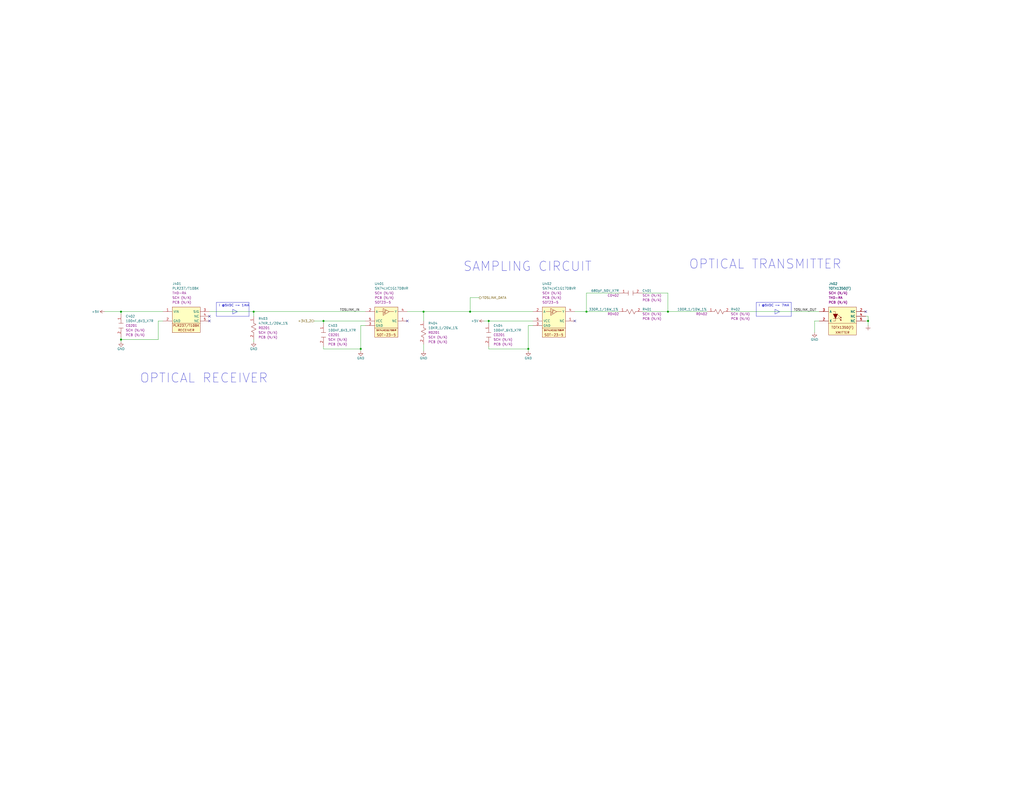
<source format=kicad_sch>
(kicad_sch (version 20230121) (generator eeschema)
  (paper "C")
  (title_block (title "Blender") (date "2023/09/18") (rev "v1.0") (company "Mend0z0") (comment 1 "v1.0") (comment 2 "RELEASED") (comment 3 "Siavash Taher Parvar") (comment 4 "_BOM_Blender_v1.0.html") (comment 5 "_HW_Blender.kicad_pcb") (comment 6 "_GBR_Blender_v1.0") (comment 7 "_ASM_Blender_v1.0") (comment 8 "N/A") (comment 9 "Initial version"))
  (lib_symbols
    (symbol "_SCHLIB_Blender:CAP_100nF_6V3_X7R_C0201"
      (property "Reference" "C" (at 2.54 5.08 0))
      (property "Value" "100nF_6V3_X7R" (at 2.54 7.62 0))
      (property "Package" "C0201" (at 2.54 35.56 0))
      (property "SCH CHECK" "SCH (N/A)" (at 2.54 33.02 0))
      (property "PCB CHECk" "PCB (N/A)" (at 2.54 30.48 0))
      (symbol "CAP_100nF_6V3_X7R_C0201_0_0"
        (polyline (pts (xy 5.08 1.27) (xy 5.08 -1.27)))
        (polyline (pts (xy 7.62 1.27) (xy 7.62 -1.27)))
      )
      (symbol "CAP_100nF_6V3_X7R_C0201_1_1"
        (pin passive line (at 0 0 0) (length 5.08) (name "") (number "1"))
        (pin passive line (at 12.7 0 180) (length 5.08) (name "") (number "2"))
      )
    )
    (symbol "_SCHLIB_Blender:CAP_680pF_50V_X7R_C0402"
      (property "Reference" "C" (at 2.54 3.81 0))
      (property "Value" "680pF_50V_X7R" (at 2.54 6.35 0))
      (property "Package" "C0402" (at 2.54 34.29 0))
      (property "SCH CHECK" "SCH (N/A)" (at 2.54 31.75 0))
      (property "PCB CHECk" "PCB (N/A)" (at 2.54 29.21 0))
      (symbol "CAP_680pF_50V_X7R_C0402_0_0"
        (polyline (pts (xy 5.08 1.27) (xy 5.08 -1.27)))
        (polyline (pts (xy 7.62 1.27) (xy 7.62 -1.27)))
      )
      (symbol "CAP_680pF_50V_X7R_C0402_1_1"
        (pin passive line (at 0 0 0) (length 5.08) (name "") (number "1"))
        (pin passive line (at 12.7 0 180) (length 5.08) (name "") (number "2"))
      )
    )
    (symbol "_SCHLIB_Blender:CONN_OPT-RECIEVER_PLR237/T10BK_3V~5V_RA"
      (property "Reference" "J" (at 3.81 3.81 0))
      (property "Value" "PLR237/T10BK" (at 3.81 6.35 0))
      (property "Package" "THD-RA" (at 3.81 34.29 0))
      (property "SCH CHECK" "SCH (N/A)" (at 3.81 31.75 0))
      (property "PCB CHECk" "PCB (N/A)" (at 3.81 29.21 0))
      (symbol "CONN_OPT-RECIEVER_PLR237/T10BK_3V~5V_RA_0_0"
        (text "PLR237/T10BK" (at 7.62 -10.16 0) (effects (font (size 1.27 1.27))))
      )
      (symbol "CONN_OPT-RECIEVER_PLR237/T10BK_3V~5V_RA_0_1"
        (polyline (pts (xy 0 -8.89) (xy 15.24 -8.89)))
        (rectangle (start 0 0) (end 15.24 -13.97) (fill (type background)))
        (text "RECEIVER" (at 7.62 -12.7 0) (effects (font (size 1.27 1.27))))
      )
      (symbol "CONN_OPT-RECIEVER_PLR237/T10BK_3V~5V_RA_1_1"
        (pin passive line (at -5.08 -2.54 0) (length 5.08) (name "VIN") (number "1"))
        (pin passive line (at -5.08 -7.62 0) (length 5.08) (name "GND") (number "2"))
        (pin passive line (at 20.32 -2.54 180) (length 5.08) (name "SIG") (number "3"))
        (pin passive line (at 20.32 -5.08 180) (length 5.08) (name "NC") (number "4"))
        (pin passive line (at 20.32 -7.62 180) (length 5.08) (name "NC") (number "5"))
      )
    )
    (symbol "_SCHLIB_Blender:CONN_OPT-TRASMITTER_TOTX1350(F)_1.8V_0.030A_RA"
      (property "Reference" "J" (at 2.54 2.54 0))
      (property "Value" "TOTX1350(F)" (at 2.54 5.08 0))
      (property "Package" "THD-RA" (at 2.54 33.02 0))
      (property "SCH CHECK" "SCH (N/A)" (at 2.54 30.48 0))
      (property "PCB CHECk" "PCB (N/A)" (at 2.54 27.94 0))
      (symbol "CONN_OPT-TRASMITTER_TOTX1350(F)_1.8V_0.030A_RA_0_0"
        (text "	\nTOTX1350(F)" (at 7.62 -10.16 0) (effects (font (size 1.27 1.27))))
      )
      (symbol "CONN_OPT-TRASMITTER_TOTX1350(F)_1.8V_0.030A_RA_0_1"
        (polyline (pts (xy 0 -8.89) (xy 15.24 -8.89)))
        (polyline (pts (xy 2.54 -6.35) (xy 5.08 -6.35)))
        (polyline (pts (xy 5.334 -5.6896) (xy 6.604 -6.9596)))
        (polyline (pts (xy 5.334 -4.4196) (xy 6.604 -5.6896)))
        (polyline (pts (xy 2.54 -7.62) (xy 3.81 -7.62) (xy 3.81 -6.35)))
        (polyline (pts (xy 2.54 -2.54) (xy 3.81 -2.54) (xy 3.81 -3.81)))
        (polyline (pts (xy 2.54 -3.81) (xy 5.08 -3.81) (xy 3.81 -6.35) (xy 2.54 -3.81)) (fill (type outline)))
        (polyline (pts (xy 6.8326 -6.7564) (xy 6.35 -7.2136) (xy 7.0104 -7.366) (xy 6.8326 -6.7564)) (fill (type outline)))
        (polyline (pts (xy 6.858 -5.461) (xy 6.3754 -5.9182) (xy 7.0358 -6.0706) (xy 6.858 -5.461)) (fill (type outline)))
        (rectangle (start 0 0) (end 15.24 -15.24) (fill (type background)))
        (text "XMITTER" (at 7.62 -13.97 0) (effects (font (size 1.27 1.27))))
      )
      (symbol "CONN_OPT-TRASMITTER_TOTX1350(F)_1.8V_0.030A_RA_1_1"
        (pin passive line (at -5.08 -7.62 0) (length 5.08) (name "K") (number "2"))
        (pin passive line (at 20.32 -2.54 180) (length 5.08) (name "NC") (number "2"))
        (pin passive line (at -5.08 -2.54 0) (length 5.08) (name "A") (number "3"))
        (pin passive line (at 20.32 -5.08 180) (length 5.08) (name "NC") (number "4"))
        (pin passive line (at 20.32 -7.62 180) (length 5.08) (name "NC") (number "5"))
      )
    )
    (symbol "_SCHLIB_Blender:IC_BUFFER_SN74LVC1G17DBVR_NON-INV_5.5V_0.032_SOT-23-5"
      (property "Reference" "U" (at 2.54 3.81 0))
      (property "Value" "SN74LVC1G17DBVR" (at 2.54 6.35 0))
      (property "Package" "SOT23-5" (at 0 0 0))
      (property "SCH CHECK" "SCH (N/A)" (at 2.54 21.59 0))
      (property "PCB CHECK" "PCB (N/A)" (at 0 0 0))
      (symbol "IC_BUFFER_SN74LVC1G17DBVR_NON-INV_5.5V_0.032_SOT-23-5_0_0"
        (text "SN74LVC1G17DBVR" (at 6.35 -12.7 0) (effects (font (size 0.762 0.762))))
        (text "SOT-23-5" (at 6.35 -15.24 0) (effects (font (size 1.27 1.27))))
      )
      (symbol "IC_BUFFER_SN74LVC1G17DBVR_NON-INV_5.5V_0.032_SOT-23-5_0_1"
        (polyline (pts (xy 0 -11.43) (xy 12.7 -11.43)))
        (polyline (pts (xy 4.572 -2.54) (xy 2.032 -2.54)))
        (polyline (pts (xy 7.874 -2.54) (xy 10.414 -2.54)))
        (polyline (pts (xy 5.334 -3.302) (xy 5.842 -3.302) (xy 5.842 -2.032)))
        (polyline (pts (xy 4.572 -0.762) (xy 4.572 -4.572) (xy 7.874 -2.54) (xy 4.572 -0.762)))
        (polyline (pts (xy 6.35 -2.032) (xy 5.334 -2.032) (xy 5.334 -3.302) (xy 4.826 -3.302)))
        (rectangle (start 0 0) (end 12.7 -16.51) (fill (type background)))
      )
      (symbol "IC_BUFFER_SN74LVC1G17DBVR_NON-INV_5.5V_0.032_SOT-23-5_1_1"
        (pin passive line (at 17.78 -7.62 180) (length 5.08) (name "NC") (number "1"))
        (pin passive line (at -5.08 -2.54 0) (length 5.08) (name "A") (number "2"))
        (pin passive line (at -5.08 -10.16 0) (length 5.08) (name "GND") (number "3"))
        (pin passive line (at 17.78 -2.54 180) (length 5.08) (name "Y") (number "4"))
        (pin passive line (at -5.08 -7.62 0) (length 5.08) (name "VCC") (number "5"))
      )
    )
    (symbol "_SCHLIB_Blender:RES_100R_1/10W_1%_R0402"
      (property "Reference" "R" (at 2.54 3.81 0))
      (property "Value" "100R_1/10W_1%" (at 2.54 6.35 0))
      (property "Package" "R0402" (at 2.54 34.29 0))
      (property "SCH CHECK" "SCH (N/A)" (at 2.54 31.75 0))
      (property "PCB CHECk" "PCB (N/A)" (at 2.54 29.21 0))
      (symbol "RES_100R_1/10W_1%_R0402_0_0"
        (polyline (pts (xy 3.81 0) (xy 4.445 1.27) (xy 5.715 -1.27) (xy 6.985 1.27) (xy 8.255 -1.27) (xy 8.89 0)))
      )
      (symbol "RES_100R_1/10W_1%_R0402_1_1"
        (pin passive line (at 0 0 0) (length 3.81) (name "") (number "1"))
        (pin passive line (at 12.7 0 180) (length 3.81) (name "") (number "2"))
      )
    )
    (symbol "_SCHLIB_Blender:RES_10KR_1/20W_1%_R0201"
      (property "Reference" "R" (at 2.54 5.08 0))
      (property "Value" "10KR_1/20W_1%" (at 2.54 7.62 0))
      (property "Package" "R0201" (at 2.54 35.56 0))
      (property "SCH CHECK" "SCH (N/A)" (at 2.54 33.02 0))
      (property "PCB CHECk" "PCB (N/A)" (at 2.54 30.48 0))
      (symbol "RES_10KR_1/20W_1%_R0201_0_0"
        (polyline (pts (xy 3.81 0) (xy 4.445 1.27) (xy 5.715 -1.27) (xy 6.985 1.27) (xy 8.255 -1.27) (xy 8.89 0)))
      )
      (symbol "RES_10KR_1/20W_1%_R0201_1_1"
        (pin passive line (at 0 0 0) (length 3.81) (name "") (number "1"))
        (pin passive line (at 12.7 0 180) (length 3.81) (name "") (number "2"))
      )
    )
    (symbol "_SCHLIB_Blender:RES_330R_1/16W_1%_R0402"
      (property "Reference" "R" (at 3.81 3.81 0))
      (property "Value" "330R_1/16W_1%" (at 3.81 6.35 0))
      (property "Package" "R0402" (at 3.81 34.29 0))
      (property "SCH CHECK" "SCH (N/A)" (at 3.81 31.75 0))
      (property "PCB CHECk" "PCB (N/A)" (at 3.81 29.21 0))
      (symbol "RES_330R_1/16W_1%_R0402_0_0"
        (polyline (pts (xy 3.81 0) (xy 4.445 1.27) (xy 5.715 -1.27) (xy 6.985 1.27) (xy 8.255 -1.27) (xy 8.89 0)))
      )
      (symbol "RES_330R_1/16W_1%_R0402_1_1"
        (pin passive line (at 0 0 0) (length 3.81) (name "") (number "1"))
        (pin passive line (at 12.7 0 180) (length 3.81) (name "") (number "2"))
      )
    )
    (symbol "_SCHLIB_Blender:RES_47KR_1/20W_1%_R0201"
      (property "Reference" "R" (at 2.54 3.81 0))
      (property "Value" "47KR_1/20W_1%" (at 2.54 6.35 0))
      (property "Package" "R0201" (at 2.54 34.29 0))
      (property "SCH CHECK" "SCH (N/A)" (at 2.54 31.75 0))
      (property "PCB CHECk" "PCB (N/A)" (at 2.54 29.21 0))
      (symbol "RES_47KR_1/20W_1%_R0201_0_0"
        (polyline (pts (xy 3.81 0) (xy 4.445 1.27) (xy 5.715 -1.27) (xy 6.985 1.27) (xy 8.255 -1.27) (xy 8.89 0)))
      )
      (symbol "RES_47KR_1/20W_1%_R0201_1_1"
        (pin passive line (at 0 0 0) (length 3.81) (name "") (number "1"))
        (pin passive line (at 12.7 0 180) (length 3.81) (name "") (number "2"))
      )
    )
    (symbol "power:+5V" (power) (pin_names (offset 0))
      (property "Value" "+5V" (at 0 3.556 0))
      (symbol "+5V_0_1"
        (polyline (pts (xy -0.762 1.27) (xy 0 2.54)))
        (polyline (pts (xy 0 0) (xy 0 2.54)))
        (polyline (pts (xy 0 2.54) (xy 0.762 1.27)))
      )
      (symbol "+5V_1_1"
        (pin power_in line (at 0 0 90) (length 0) hide (name "+5V") (number "1"))
      )
    )
    (symbol "power:Earth" (power) (pin_names (offset 0))
      (symbol "Earth_0_1"
        (polyline (pts (xy -0.635 -1.905) (xy 0.635 -1.905)))
        (polyline (pts (xy -0.127 -2.54) (xy 0.127 -2.54)))
        (polyline (pts (xy 0 -1.27) (xy 0 0)))
        (polyline (pts (xy 1.27 -1.27) (xy -1.27 -1.27)))
      )
      (symbol "Earth_1_1"
        (pin power_in line (at 0 0 270) (length 0) hide (name "Earth") (number "1"))
      )
    )
    (symbol "power:GND" (power) (pin_names (offset 0))
      (property "Value" "GND" (at 0 -3.81 0))
      (symbol "GND_0_1"
        (polyline (pts (xy 0 0) (xy 0 -1.27) (xy 1.27 -1.27) (xy 0 -2.54) (xy -1.27 -1.27) (xy 0 -1.27)))
      )
      (symbol "GND_1_1"
        (pin power_in line (at 0 0 270) (length 0) hide (name "GND") (number "1"))
      )
    )
  )
  (junction (at 196.85 190.5))
  (junction (at 66.04 185.42))
  (junction (at 288.29 190.5))
  (junction (at 66.04 170.18))
  (junction (at 364.49 170.18))
  (junction (at 473.71 175.26))
  (junction (at 138.43 170.18))
  (junction (at 176.53 175.26))
  (junction (at 266.7 175.26))
  (junction (at 256.54 170.18))
  (junction (at 231.14 170.18))
  (junction (at 320.04 170.18))
  (no_connect (at 472.44 170.18))
  (no_connect (at 313.69 175.26))
  (no_connect (at 222.25 175.26))
  (no_connect (at 114.3 172.72))
  (no_connect (at 114.3 175.26))
  (wire (pts (xy 266.7 190.5) (xy 288.29 190.5)))
  (wire (pts (xy 231.14 170.18) (xy 231.14 175.26)))
  (wire (pts (xy 176.53 175.26) (xy 176.53 176.53)))
  (polyline (pts (xy 412.75 165.1) (xy 431.8 165.1)))
  (wire (pts (xy 320.04 170.18) (xy 337.82 170.18)))
  (polyline (pts (xy 127 168.91) (xy 129.54 170.18)))
  (wire (pts (xy 114.3 170.18) (xy 138.43 170.18)))
  (wire (pts (xy 472.44 172.72) (xy 473.71 172.72)))
  (polyline (pts (xy 135.89 172.72) (xy 118.11 172.72)))
  (wire (pts (xy 473.71 175.26) (xy 473.71 177.8)))
  (polyline (pts (xy 431.8 172.72) (xy 412.75 172.72)))
  (wire (pts (xy 398.78 170.18) (xy 447.04 170.18)))
  (wire (pts (xy 88.9 175.26) (xy 86.36 175.26)))
  (wire (pts (xy 266.7 189.23) (xy 266.7 190.5)))
  (polyline (pts (xy 422.91 168.91) (xy 425.45 170.18)))
  (wire (pts (xy 350.52 170.18) (xy 364.49 170.18)))
  (wire (pts (xy 138.43 170.18) (xy 138.43 172.72)))
  (wire (pts (xy 472.44 175.26) (xy 473.71 175.26)))
  (wire (pts (xy 364.49 160.02) (xy 364.49 170.18)))
  (wire (pts (xy 57.15 170.18) (xy 66.04 170.18)))
  (polyline (pts (xy 422.91 171.45) (xy 425.45 170.18)))
  (polyline (pts (xy 431.8 165.1) (xy 431.8 172.72)))
  (polyline (pts (xy 118.11 165.1) (xy 135.89 165.1)))
  (wire (pts (xy 222.25 170.18) (xy 231.14 170.18)))
  (wire (pts (xy 350.52 160.02) (xy 364.49 160.02)))
  (wire (pts (xy 266.7 175.26) (xy 266.7 176.53)))
  (wire (pts (xy 66.04 184.15) (xy 66.04 185.42)))
  (wire (pts (xy 66.04 170.18) (xy 66.04 171.45)))
  (wire (pts (xy 176.53 190.5) (xy 196.85 190.5)))
  (wire (pts (xy 88.9 170.18) (xy 66.04 170.18)))
  (wire (pts (xy 473.71 172.72) (xy 473.71 175.26)))
  (wire (pts (xy 196.85 190.5) (xy 196.85 177.8)))
  (wire (pts (xy 313.69 170.18) (xy 320.04 170.18)))
  (wire (pts (xy 444.5 175.26) (xy 444.5 181.61)))
  (wire (pts (xy 264.16 175.26) (xy 266.7 175.26)))
  (wire (pts (xy 138.43 170.18) (xy 199.39 170.18)))
  (wire (pts (xy 138.43 186.69) (xy 138.43 185.42)))
  (wire (pts (xy 231.14 170.18) (xy 256.54 170.18)))
  (wire (pts (xy 447.04 175.26) (xy 444.5 175.26)))
  (wire (pts (xy 86.36 175.26) (xy 86.36 185.42)))
  (polyline (pts (xy 422.91 168.91) (xy 422.91 171.45)))
  (polyline (pts (xy 412.75 165.1) (xy 412.75 172.72)))
  (wire (pts (xy 320.04 160.02) (xy 320.04 170.18)))
  (polyline (pts (xy 127 171.45) (xy 129.54 170.18)))
  (wire (pts (xy 288.29 190.5) (xy 288.29 191.77)))
  (wire (pts (xy 261.62 162.56) (xy 256.54 162.56)))
  (wire (pts (xy 266.7 175.26) (xy 290.83 175.26)))
  (wire (pts (xy 171.45 175.26) (xy 176.53 175.26)))
  (wire (pts (xy 176.53 189.23) (xy 176.53 190.5)))
  (wire (pts (xy 66.04 185.42) (xy 86.36 185.42)))
  (wire (pts (xy 176.53 175.26) (xy 199.39 175.26)))
  (wire (pts (xy 288.29 177.8) (xy 290.83 177.8)))
  (wire (pts (xy 256.54 170.18) (xy 290.83 170.18)))
  (wire (pts (xy 256.54 162.56) (xy 256.54 170.18)))
  (polyline (pts (xy 118.11 165.1) (xy 118.11 172.72)))
  (wire (pts (xy 196.85 190.5) (xy 196.85 191.77)))
  (wire (pts (xy 337.82 160.02) (xy 320.04 160.02)))
  (polyline (pts (xy 135.89 165.1) (xy 135.89 172.72)))
  (wire (pts (xy 288.29 190.5) (xy 288.29 177.8)))
  (wire (pts (xy 231.14 191.77) (xy 231.14 187.96)))
  (polyline (pts (xy 127 168.91) (xy 127 171.45)))
  (wire (pts (xy 66.04 185.42) (xy 66.04 186.69)))
  (wire (pts (xy 196.85 177.8) (xy 199.39 177.8)))
  (wire (pts (xy 364.49 170.18) (xy 386.08 170.18)))
  (text "OPTICAL TRANSMITTER" (at 375.92 147.32 0) (effects (font (size 5.08 5.08)) (justify left bottom)))
  (text "I @5VDC ~= 7mA" (at 414.02 167.64 0) (effects (font (size 1.27 1.27)) (justify left bottom)))
  (text "SAMPLING CIRCUIT" (at 252.73 148.59 0) (effects (font (size 5.08 5.08)) (justify left bottom)))
  (text "I @5VDC ~= 1mA" (at 119.38 167.64 0) (effects (font (size 1.27 1.27)) (justify left bottom)))
  (text "OPTICAL RECEIVER" (at 76.2 209.55 0) (effects (font (size 5.08 5.08)) (justify left bottom)))
  (label "TOSLINK_OUT" (at 433.07 170.18 0))
  (label "TOSLINK_IN" (at 185.42 170.18 0))
  (hierarchical_label "TOSLINK_DATA" (shape output) (at 261.62 162.56 0))
  (hierarchical_label "+3V3_2" (shape input) (at 171.45 175.26 180))
  (symbol (lib_id "_SCHLIB_Blender:IC_BUFFER_SN74LVC1G17DBVR_NON-INV_5.5V_0.032_SOT-23-5") (at 204.47 167.64 0) (unit 1)
    (property "Reference" "U401" (at 207.01 154.94 0))
    (property "Value" "SN74LVC1G17DBVR" (at 204.47 157.48 0) (effects (justify left)))
    (property "Footprint" "Package_TO_SOT_SMD:SOT-23-5" (effects hide))
    (property "Datasheet" "https://www.ti.com/general/docs/suppproductinfo.tsp?distId=10&gotoUrl=https%3A%2F%2Fwww.ti.com%2Flit%2Fgpn%2Fsn74lvc1g17" (effects hide))
    (property "Description" "Buffer, Non-Inverting 1 Element 1 Bit per Element Push-Pull Output SOT-23-5" (effects hide))
    (property "Link" "https://www.digikey.ca/en/products/detail/texas-instruments/SN74LVC1G17DBVR/389051" (effects hide))
    (property "SCH CHECK" "SCH (N/A)" (at 204.47 160.02 0) (effects (justify left)))
    (property "Part Number (Manufacturer)" "SN74LVC1G17DBVR" (effects hide))
    (property "PCB CHECK" "PCB (N/A)" (at 204.47 162.56 0) (effects (justify left)))
    (property "Manufacturer" "Texas Instruments" (effects hide))
    (property "Part Number (Vendor)" "296-11933-2-ND" (effects hide))
    (property "Vendor" "Digikey" (effects hide))
    (property "Package" "SOT23-5" (at 204.47 165.1 0) (effects (justify left)))
  )
  (symbol (lib_id "power:GND") (at 138.43 186.69 0) (unit 1)
    (property "Reference" "#PWR0406" (effects hide))
    (property "Value" "GND" (at 138.43 190.5 0))
    (instances (project "_HW_Blender" (path "" (reference "#PWR0406") (unit 1))) (project "_HW_ToslinkToDMX" (path "" (reference "#PWR0405") (unit 1))))
  )
  (symbol (lib_id "_SCHLIB_Blender:RES_10KR_1/20W_1%_R0201") (at 231.14 175.26 270) (unit 1)
    (property "Reference" "R404" (at 233.68 176.53 90) (effects (justify left)))
    (property "Value" "10KR_1/20W_1%" (at 233.68 179.07 90) (effects (justify left)))
    (property "Footprint" "Resistor_SMD:R_0201_0603Metric" (effects hide))
    (property "Datasheet" "https://www.seielect.com/Catalog/SEI-RMCF_RMCP.pdf" (effects hide))
    (property "Description" "10 kOhms ±1% 0.05W, 1/20W Chip Resistor 0201 (0603 Metric) Thick Film" (effects hide))
    (property "Link" "https://www.digikey.ca/en/products/detail/stackpole-electronics-inc/RMCF0201FT10K0/1714990" (effects hide))
    (property "SCH CHECK" "SCH (N/A)" (at 233.68 184.15 90) (effects (justify left)))
    (property "Package" "R0201" (at 233.68 181.61 90) (effects (justify left)))
    (property "Part Number (Manufacturer)" "RMCF0201FT10K0" (effects hide))
    (property "Manufacturer" "Stackpole Electronics Inc" (effects hide))
    (property "Part Number (Vendor)" "RMCF0201FT10K0TR-ND" (effects hide))
    (property "Vendor" "Digikey" (effects hide))
    (property "PCB CHECk" "PCB (N/A)" (at 233.68 186.69 90) (effects (justify left)))
  )
  (symbol (lib_id "_SCHLIB_Blender:CONN_OPT-RECIEVER_PLR237/T10BK_3V~5V_RA") (at 93.98 167.64 0) (unit 1)
    (property "Reference" "J401" (at 96.52 154.94 0))
    (property "Value" "PLR237/T10BK" (at 93.98 157.48 0) (effects (justify left)))
    (property "Footprint" "_PCBLIB_Blender:PLR237T10BK" (effects hide))
    (property "Datasheet" "https://media.digikey.com/pdf/Data%20Sheets/Everlight%20PDFs/PLR237-T10BK_Rev1_3-30-21.pdf" (effects hide))
    (property "Description" "Fiber Optic Receiver Optical 3V ~ 5.5V" (effects hide))
    (property "Link" "https://www.digikey.ca/en/products/detail/everlight-electronics-co-ltd/PLR237-T10BK/14641723" (effects hide))
    (property "SCH CHECK" "SCH (N/A)" (at 93.98 162.56 0) (effects (justify left)))
    (property "Part Number (Manufacturer)" "PLR237/T10BK" (effects hide))
    (property "Package" "THD-RA" (at 93.98 160.02 0) (effects (justify left)))
    (property "Manufacturer" "Everlight Electronics Co Ltd" (effects hide))
    (property "Part Number (Vendor)" "1080-PLR237/T10BK-ND" (effects hide))
    (property "Vendor" "Digikey" (effects hide))
    (property "PCB CHECk" "PCB (N/A)" (at 93.98 165.1 0) (effects (justify left)))
  )
  (symbol (lib_id "_SCHLIB_Blender:CAP_100nF_6V3_X7R_C0201") (at 266.7 176.53 270) (unit 1)
    (property "Reference" "C404" (at 269.24 177.8 90) (effects (justify left)))
    (property "Value" "100nF_6V3_X7R" (at 269.24 180.34 90) (effects (justify left)))
    (property "Footprint" "Capacitor_SMD:C_0201_0603Metric" (effects hide))
    (property "Datasheet" "https://www.yageo.com/upload/media/product/productsearch/datasheet/mlcc/UPY-GPHC_X7R_6.3V-to-250V_22.pdf" (effects hide))
    (property "Description" "0.1 µF ±10% 6.3V Ceramic Capacitor X7R 0201 (0603 Metric)" (effects hide))
    (property "Link" "https://www.digikey.ca/en/products/detail/yageo/CC0201KRX7R5BB104/12698853" (effects hide))
    (property "SCH CHECK" "SCH (N/A)" (at 269.24 185.42 90) (effects (justify left)))
    (property "Package" "C0201" (at 269.24 182.88 90) (effects (justify left)))
    (property "Part Number (Manufacturer)" "CC0201KRX7R5BB104" (effects hide))
    (property "Manufacturer" "YAGEO" (effects hide))
    (property "Part Number (Vendor)" "13-CC0201KRX7R5BB104TR-ND" (effects hide))
    (property "Vendor" "Digikey" (effects hide))
    (property "PCB CHECk" "PCB (N/A)" (at 269.24 187.96 90) (effects (justify left)))
  )
  (symbol (lib_id "_SCHLIB_Blender:RES_100R_1/10W_1%_R0402") (at 386.08 170.18 0) (unit 1)
    (property "Reference" "R402" (at 401.32 168.91 0))
    (property "Value" "100R_1/10W_1%" (at 369.57 168.91 0) (effects (justify left)))
    (property "Footprint" "Resistor_SMD:R_0402_1005Metric" (effects hide))
    (property "Datasheet" "https://industrial.panasonic.com/cdbs/www-data/pdf/RDA0000/AOA0000C304.pdf" (effects hide))
    (property "Description" "100 Ohms ±1% 0.1W, 1/10W Chip Resistor 0402 (1005 Metric) Automotive AEC-Q200 Thick Film" (effects hide))
    (property "Link" "https://www.digikey.ca/en/products/detail/panasonic-electronic-components/ERJ-2RKF1000X/192080" (effects hide))
    (property "SCH CHECK" "SCH (N/A)" (at 398.78 171.45 0) (effects (justify left)))
    (property "Package" "R0402" (at 379.73 171.45 0) (effects (justify left)))
    (property "Part Number (Manufacturer)" "ERJ-2RKF1000X" (effects hide))
    (property "Manufacturer" "Panasonic Electronic Components" (effects hide))
    (property "Part Number (Vendor)" "P100LTR-ND" (effects hide))
    (property "Vendor" "Digikey" (effects hide))
    (property "PCB CHECk" "PCB (N/A)" (at 398.78 173.99 0) (effects (justify left)))
  )
  (symbol (lib_id "_SCHLIB_Blender:CAP_100nF_6V3_X7R_C0201") (at 176.53 176.53 270) (unit 1)
    (property "Reference" "C403" (at 179.07 177.8 90) (effects (justify left)))
    (property "Value" "100nF_6V3_X7R" (at 179.07 180.34 90) (effects (justify left)))
    (property "Footprint" "Capacitor_SMD:C_0201_0603Metric" (effects hide))
    (property "Datasheet" "https://www.yageo.com/upload/media/product/productsearch/datasheet/mlcc/UPY-GPHC_X7R_6.3V-to-250V_22.pdf" (effects hide))
    (property "Description" "0.1 µF ±10% 6.3V Ceramic Capacitor X7R 0201 (0603 Metric)" (effects hide))
    (property "Link" "https://www.digikey.ca/en/products/detail/yageo/CC0201KRX7R5BB104/12698853" (effects hide))
    (property "SCH CHECK" "SCH (N/A)" (at 179.07 185.42 90) (effects (justify left)))
    (property "Package" "C0201" (at 179.07 182.88 90) (effects (justify left)))
    (property "Part Number (Manufacturer)" "CC0201KRX7R5BB104" (effects hide))
    (property "Manufacturer" "YAGEO" (effects hide))
    (property "Part Number (Vendor)" "13-CC0201KRX7R5BB104TR-ND" (effects hide))
    (property "Vendor" "Digikey" (effects hide))
    (property "PCB CHECk" "PCB (N/A)" (at 179.07 187.96 90) (effects (justify left)))
  )
  (symbol (lib_id "power:GND") (at 231.14 191.77 0) (unit 1)
    (property "Reference" "#PWR0408" (effects hide))
    (property "Value" "GND" (at 231.14 195.58 0))
    (instances (project "_HW_Blender" (path "" (reference "#PWR0408") (unit 1))) (project "_HW_ToslinkToDMX" (path "" (reference "#PWR0407") (unit 1))))
  )
  (symbol (lib_id "power:+5V") (at 264.16 175.26 90) (unit 1)
    (property "Reference" "#PWR0402" (effects hide))
    (property "Value" "+5V" (at 259.08 175.26 90))
  )
  (symbol (lib_id "power:+5V") (at 57.15 170.18 90) (unit 1)
    (property "Reference" "#PWR0401" (effects hide))
    (property "Value" "+5V" (at 52.07 170.18 90))
  )
  (symbol (lib_id "power:GND") (at 66.04 186.69 0) (unit 1)
    (property "Reference" "#PWR0405" (effects hide))
    (property "Value" "GND" (at 66.04 190.5 0))
    (instances (project "_HW_Blender" (path "" (reference "#PWR0405") (unit 1))) (project "_HW_ToslinkToDMX" (path "" (reference "#PWR0404") (unit 1))))
  )
  (symbol (lib_id "power:GND") (at 288.29 191.77 0) (unit 1)
    (property "Reference" "#PWR0409" (effects hide))
    (property "Value" "GND" (at 288.29 195.58 0))
    (instances (project "_HW_Blender" (path "" (reference "#PWR0409") (unit 1))) (project "_HW_ToslinkToDMX" (path "" (reference "#PWR0408") (unit 1))))
  )
  (symbol (lib_id "_SCHLIB_Blender:RES_47KR_1/20W_1%_R0201") (at 138.43 172.72 270) (unit 1)
    (property "Reference" "R403" (at 140.97 173.99 90) (effects (justify left)))
    (property "Value" "47KR_1/20W_1%" (at 140.97 176.53 90) (effects (justify left)))
    (property "Footprint" "Resistor_SMD:R_0201_0603Metric" (effects hide))
    (property "Datasheet" "https://www.yageo.com/upload/media/product/productsearch/datasheet/rchip/PYu-AC_51_RoHS_L_9.pdf" (effects hide))
    (property "Description" "47 kOhms ±1% 0.05W, 1/20W Chip Resistor 0201 (0603 Metric) Automotive AEC-Q200, Moisture Resistant Thick Film" (effects hide))
    (property "Link" "https://www.digikey.ca/en/products/detail/yageo/AC0201FR-0747KL/5894664" (effects hide))
    (property "SCH CHECK" "SCH (N/A)" (at 140.97 181.61 90) (effects (justify left)))
    (property "Package" "R0201" (at 140.97 179.07 90) (effects (justify left)))
    (property "Part Number (Manufacturer)" "AC0201FR-0747KL" (effects hide))
    (property "Manufacturer" "YAGEO" (effects hide))
    (property "Part Number (Vendor)" "YAG3425TR-ND" (effects hide))
    (property "Vendor" "Digikey" (effects hide))
    (property "PCB CHECk" "PCB (N/A)" (at 140.97 184.15 90) (effects (justify left)))
  )
  (symbol (lib_id "_SCHLIB_Blender:IC_BUFFER_SN74LVC1G17DBVR_NON-INV_5.5V_0.032_SOT-23-5") (at 295.91 167.64 0) (unit 1)
    (property "Reference" "U402" (at 298.45 154.94 0))
    (property "Value" "SN74LVC1G17DBVR" (at 295.91 157.48 0) (effects (justify left)))
    (property "Footprint" "Package_TO_SOT_SMD:SOT-23-5" (effects hide))
    (property "Datasheet" "https://www.ti.com/general/docs/suppproductinfo.tsp?distId=10&gotoUrl=https%3A%2F%2Fwww.ti.com%2Flit%2Fgpn%2Fsn74lvc1g17" (effects hide))
    (property "Description" "Buffer, Non-Inverting 1 Element 1 Bit per Element Push-Pull Output SOT-23-5" (effects hide))
    (property "Link" "https://www.digikey.ca/en/products/detail/texas-instruments/SN74LVC1G17DBVR/389051" (effects hide))
    (property "SCH CHECK" "SCH (N/A)" (at 295.91 160.02 0) (effects (justify left)))
    (property "Part Number (Manufacturer)" "SN74LVC1G17DBVR" (effects hide))
    (property "PCB CHECK" "PCB (N/A)" (at 295.91 162.56 0) (effects (justify left)))
    (property "Manufacturer" "Texas Instruments" (effects hide))
    (property "Part Number (Vendor)" "296-11933-2-ND" (effects hide))
    (property "Vendor" "Digikey" (effects hide))
    (property "Package" "SOT23-5" (at 295.91 165.1 0) (effects (justify left)))
  )
  (symbol (lib_id "_SCHLIB_Blender:RES_330R_1/16W_1%_R0402") (at 337.82 170.18 0) (unit 1)
    (property "Reference" "R401" (at 353.06 168.91 0))
    (property "Value" "330R_1/16W_1%" (at 321.31 168.91 0) (effects (justify left)))
    (property "Footprint" "Resistor_SMD:R_0402_1005Metric" (effects hide))
    (property "Datasheet" "http://www.passivecomponent.com/wp-content/uploads/chipR/ASC_WR.pdf" (effects hide))
    (property "Description" "330 Ohms ±1% 0.063W, 1/16W Chip Resistor 0402 (1005 Metric) Thick Film" (effects hide))
    (property "Link" "https://www.digikey.ca/en/products/detail/walsin-technology-corporation/WR04X3300FTL/13239224" (effects hide))
    (property "SCH CHECK" "SCH (N/A)" (at 350.52 171.45 0) (effects (justify left)))
    (property "Package" "R0402" (at 331.47 171.45 0) (effects (justify left)))
    (property "Part Number (Manufacturer)" "WR04X3300FTL" (effects hide))
    (property "Manufacturer" "Walsin Technology Corporation" (effects hide))
    (property "Part Number (Vendor)" "1292-WR04X3300FTLTR-ND" (effects hide))
    (property "Vendor " "Digikey" (effects hide))
    (property "PCB CHECk" "PCB (N/A)" (at 350.52 173.99 0) (effects (justify left)))
  )
  (symbol (lib_id "power:GND") (at 444.5 181.61 0) (unit 1)
    (property "Reference" "#PWR0404" (effects hide))
    (property "Value" "GND" (at 444.5 185.42 0))
    (instances (project "_HW_Blender" (path "" (reference "#PWR0404") (unit 1))) (project "_HW_ToslinkToDMX" (path "" (reference "#PWR0403") (unit 1))))
  )
  (symbol (lib_id "_SCHLIB_Blender:CAP_680pF_50V_X7R_C0402") (at 337.82 160.02 0) (unit 1)
    (property "Reference" "C401" (at 353.06 158.75 0))
    (property "Value" "680pF_50V_X7R" (at 322.58 158.75 0) (effects (justify left)))
    (property "Footprint" "Capacitor_SMD:C_0402_1005Metric" (effects hide))
    (property "Datasheet" "http://www.passivecomponent.com/wp-content/uploads/datasheet/WTC_MLCC_General_Purpose.pdf" (effects hide))
    (property "Description" "680 pF ±10% 50V Ceramic Capacitor X7R 0402 (1005 Metric)" (effects hide))
    (property "Link" "https://www.digikey.ca/en/products/detail/walsin-technology-corporation/0402B681K500CT/9354721" (effects hide))
    (property "SCH CHECK" "SCH (N/A)" (at 350.52 161.29 0) (effects (justify left)))
    (property "Package" "C0402" (at 331.47 161.29 0) (effects (justify left)))
    (property "Part Number (Manufacturer)" "0402B681K500CT" (effects hide))
    (property "Manufacturer" "Walsin Technology Corporation" (effects hide))
    (property "Part Number (Vendor)" "1292-1223-2-ND" (effects hide))
    (property "Vendor" "Digikey" (effects hide))
    (property "PCB CHECk" "PCB (N/A)" (at 350.52 163.83 0) (effects (justify left)))
  )
  (symbol (lib_id "power:Earth") (at 473.71 177.8 0) (unit 1)
    (property "Reference" "#PWR0403" (effects hide))
    (property "Value" "Earth" (effects hide))
    (instances (project "_HW_Blender" (path "" (reference "#PWR0403") (unit 1))) (project "_HW_ToslinkToDMX" (path "" (reference "#PWR0409") (unit 1))))
  )
  (symbol (lib_id "power:GND") (at 196.85 191.77 0) (unit 1)
    (property "Reference" "#PWR0407" (effects hide))
    (property "Value" "GND" (at 196.85 195.58 0))
    (instances (project "_HW_Blender" (path "" (reference "#PWR0407") (unit 1))) (project "_HW_ToslinkToDMX" (path "" (reference "#PWR0406") (unit 1))))
  )
  (symbol (lib_id "_SCHLIB_Blender:CAP_100nF_6V3_X7R_C0201") (at 66.04 171.45 270) (unit 1)
    (property "Reference" "C402" (at 68.58 172.72 90) (effects (justify left)))
    (property "Value" "100nF_6V3_X7R" (at 68.58 175.26 90) (effects (justify left)))
    (property "Footprint" "Capacitor_SMD:C_0201_0603Metric" (effects hide))
    (property "Datasheet" "https://www.yageo.com/upload/media/product/productsearch/datasheet/mlcc/UPY-GPHC_X7R_6.3V-to-250V_22.pdf" (effects hide))
    (property "Description" "0.1 µF ±10% 6.3V Ceramic Capacitor X7R 0201 (0603 Metric)" (effects hide))
    (property "Link" "https://www.digikey.ca/en/products/detail/yageo/CC0201KRX7R5BB104/12698853" (effects hide))
    (property "SCH CHECK" "SCH (N/A)" (at 68.58 180.34 90) (effects (justify left)))
    (property "Package" "C0201" (at 68.58 177.8 90) (effects (justify left)))
    (property "Part Number (Manufacturer)" "CC0201KRX7R5BB104" (effects hide))
    (property "Manufacturer" "YAGEO" (effects hide))
    (property "Part Number (Vendor)" "13-CC0201KRX7R5BB104TR-ND" (effects hide))
    (property "Vendor" "Digikey" (effects hide))
    (property "PCB CHECk" "PCB (N/A)" (at 68.58 182.88 90) (effects (justify left)))
  )
  (symbol (lib_id "_SCHLIB_Blender:CONN_OPT-TRASMITTER_TOTX1350(F)_1.8V_0.030A_RA") (at 452.12 167.64 0) (unit 1)
    (property "Reference" "J402" (at 454.66 154.94 0))
    (property "Value" "TOTX1350(F)" (at 452.12 157.48 0) (effects (justify left)))
    (property "Footprint" "_PCBLIB_Blender:TOTX1350_TOS" (effects hide))
    (property "Datasheet" "https://toshiba.semicon-storage.com/info/docget.jsp?did=14728&prodName=TOTX1350(F)" (effects hide))
    (property "Description" "Fiber Optic Transmitter 650nm 1.8V 30 mA TOSLINK" (effects hide))
    (property "Link" "https://www.digikey.ca/en/products/detail/toshiba-semiconductor-and-storage/TOTX1350-F/7100231" (effects hide))
    (property "SCH CHECK" "SCH (N/A)" (at 452.12 160.02 0) (effects (justify left)))
    (property "Part Number (Manufacturer)" "TOTX1350(F)" (effects hide))
    (property "Package" "THD-RA" (at 452.12 162.56 0) (effects (justify left)))
    (property "Manufacturer" "Toshiba Semiconductor and Storage" (effects hide))
    (property "Part Number (Vendor)" "TOTX1350(F)-ND" (effects hide))
    (property "Vendor" "Digikey" (effects hide))
    (property "PCB CHECk" "PCB (N/A)" (at 452.12 165.1 0) (effects (justify left)))
  )
)
</source>
